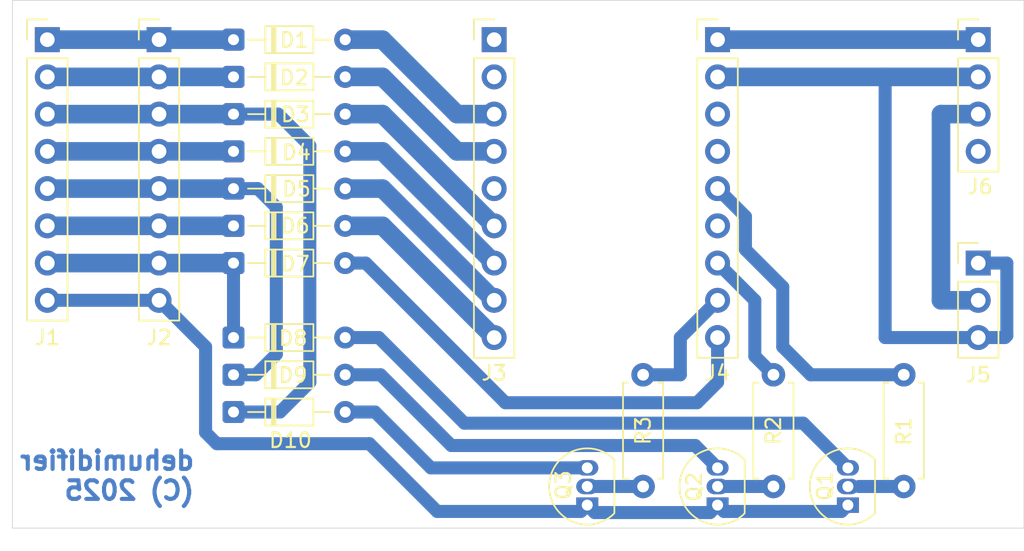
<source format=kicad_pcb>
(kicad_pcb (version 20241229) (generator "pcbnew") (generator_version "9.0")
  (layers (0 "F.Cu" signal) (2 "B.Cu" signal) (13 "F.Paste" user) (15 "B.Paste" user) (5 "F.SilkS" user "F.Silkscreen") (7 "B.SilkS" user "B.Silkscreen") (1 "F.Mask" user) (3 "B.Mask" user) (25 "Edge.Cuts" user))
  (net 0 "")
  (net 1 "Net-(D1-A)")
  (net 2 "Net-(D1-K)")
  (net 3 "Net-(D2-K)")
  (net 4 "Net-(D2-A)")
  (net 5 "Net-(D3-A)")
  (net 6 "Net-(D4-K)")
  (net 7 "Net-(D4-A)")
  (net 8 "Net-(D5-A)")
  (net 9 "Net-(D6-A)")
  (net 10 "Net-(D6-K)")
  (net 11 "Net-(D7-A)")
  (net 17 "Net-(J4-Pin_7)")
  (net 18 "Net-(J4-Pin_1)")
  (net 20 "Net-(J4-Pin_8)")
  (net 21 "Net-(J4-Pin_5)")
  (net 22 "Net-(J4-Pin_2)")
  (net 23 "Net-(J5-Pin_2)")
  (net 25 "Net-(Q1-B)")
  (net 26 "Net-(Q2-B)")
  (net 27 "Net-(Q3-B)")
  (net 28 "Net-(D10-K)")
  (net 29 "Net-(D5-K)")
  (net 30 "Net-(D7-K)")
  (net 31 "Net-(D8-A)")
  (net 32 "Net-(D9-A)")
  (net 33 "Net-(D10-A)")
  (net 34 "Net-(J1-Pin_8)")
  (footprint "Connector_PinHeader_2.54mm:PinHeader_1x08_P2.54mm_Vertical" (layer "F.Cu") (at 81.5 51.68)
    (property "Reference" "J2" (at 0 20.32 0) (layer "F.SilkS"))
    (property "Value" "To panel")
    (fp_line (start -1.38 -1.38) (end 0 -1.38) (stroke (width 0.12)) (layer "F.SilkS"))
    (fp_line (start -1.38 0) (end -1.38 -1.38) (stroke (width 0.12)) (layer "F.SilkS"))
    (fp_line (start -1.38 1.27) (end -1.38 19.16) (stroke (width 0.12)) (layer "F.SilkS"))
    (fp_line (start -1.38 1.27) (end 1.38 1.27) (stroke (width 0.12)) (layer "F.SilkS"))
    (fp_line (start -1.38 19.16) (end 1.38 19.16) (stroke (width 0.12)) (layer "F.SilkS"))
    (fp_line (start 1.38 1.27) (end 1.38 19.16) (stroke (width 0.12)) (layer "F.SilkS"))
    (pad "1" thru_hole rect (at 0 0) (size 1.7 1.7) (drill 1) (layers "*.Cu" "*.Mask") (net 2 "Net-(D1-K)"))
    (pad "2" thru_hole circle (at 0 2.54) (size 1.7 1.7) (drill 1) (layers "*.Cu" "*.Mask") (net 3 "Net-(D2-K)"))
    (pad "3" thru_hole circle (at 0 5.08) (size 1.7 1.7) (drill 1) (layers "*.Cu" "*.Mask") (net 28 "Net-(D10-K)"))
    (pad "4" thru_hole circle (at 0 7.62) (size 1.7 1.7) (drill 1) (layers "*.Cu" "*.Mask") (net 6 "Net-(D4-K)"))
    (pad "5" thru_hole circle (at 0 10.16) (size 1.7 1.7) (drill 1) (layers "*.Cu" "*.Mask") (net 29 "Net-(D5-K)"))
    (pad "6" thru_hole circle (at 0 12.7) (size 1.7 1.7) (drill 1) (layers "*.Cu" "*.Mask") (net 10 "Net-(D6-K)"))
    (pad "7" thru_hole circle (at 0 15.24) (size 1.7 1.7) (drill 1) (layers "*.Cu" "*.Mask") (net 30 "Net-(D7-K)"))
    (pad "8" thru_hole circle (at 0 17.78) (size 1.7 1.7) (drill 1) (layers "*.Cu" "*.Mask") (net 34 "Net-(J1-Pin_8)"))
  )
  (footprint "Connector_PinHeader_2.54mm:PinHeader_1x09_P2.54mm_Vertical" (layer "F.Cu") (at 119.6 51.68)
    (property "Reference" "J4" (at 0 22.733 0) (layer "F.SilkS"))
    (property "Value" "ESP S3 10-18")
    (fp_line (start -1.38 -1.38) (end 0 -1.38) (stroke (width 0.12)) (layer "F.SilkS"))
    (fp_line (start -1.38 0) (end -1.38 -1.38) (stroke (width 0.12)) (layer "F.SilkS"))
    (fp_line (start -1.38 1.27) (end -1.38 21.7) (stroke (width 0.12)) (layer "F.SilkS"))
    (fp_line (start -1.38 1.27) (end 1.38 1.27) (stroke (width 0.12)) (layer "F.SilkS"))
    (fp_line (start -1.38 21.7) (end 1.38 21.7) (stroke (width 0.12)) (layer "F.SilkS"))
    (fp_line (start 1.38 1.27) (end 1.38 21.7) (stroke (width 0.12)) (layer "F.SilkS"))
    (pad "1" thru_hole rect (at 0 0) (size 1.7 1.7) (drill 1) (layers "*.Cu" "*.Mask") (net 18 "Net-(J4-Pin_1)"))
    (pad "2" thru_hole circle (at 0 2.54) (size 1.7 1.7) (drill 1) (layers "*.Cu" "*.Mask") (net 22 "Net-(J4-Pin_2)"))
    (pad "3" thru_hole circle (at 0 5.08) (size 1.7 1.7) (drill 1) (layers "*.Cu" "*.Mask"))
    (pad "4" thru_hole circle (at 0 7.62) (size 1.7 1.7) (drill 1) (layers "*.Cu" "*.Mask"))
    (pad "5" thru_hole circle (at 0 10.16) (size 1.7 1.7) (drill 1) (layers "*.Cu" "*.Mask") (net 21 "Net-(J4-Pin_5)"))
    (pad "6" thru_hole circle (at 0 12.7) (size 1.7 1.7) (drill 1) (layers "*.Cu" "*.Mask"))
    (pad "7" thru_hole circle (at 0 15.24) (size 1.7 1.7) (drill 1) (layers "*.Cu" "*.Mask") (net 17 "Net-(J4-Pin_7)"))
    (pad "8" thru_hole circle (at 0 17.78) (size 1.7 1.7) (drill 1) (layers "*.Cu" "*.Mask") (net 20 "Net-(J4-Pin_8)"))
    (pad "9" thru_hole circle (at 0 20.32) (size 1.7 1.7) (drill 1) (layers "*.Cu" "*.Mask") (net 11 "Net-(D7-A)"))
  )
  (footprint "Diode_THT:D_DO-34_SOD68_P7.62mm_Horizontal" (layer "F.Cu") (at 86.58 54.22)
    (property "Reference" "D2" (at 4.1402 0.0508 0) (layer "F.SilkS"))
    (property "Value" "1N4004")
    (fp_line (start 0.99 0) (end 2.17 0) (stroke (width 0.12)) (layer "F.SilkS"))
    (fp_line (start 2.626 -0.92) (end 2.626 0.92) (stroke (width 0.12)) (layer "F.SilkS"))
    (fp_line (start 2.746 -0.92) (end 2.746 0.92) (stroke (width 0.12)) (layer "F.SilkS"))
    (fp_line (start 2.866 -0.92) (end 2.866 0.92) (stroke (width 0.12)) (layer "F.SilkS"))
    (fp_line (start 6.63 0) (end 5.45 0) (stroke (width 0.12)) (layer "F.SilkS"))
    (fp_rect (start 2.17 -0.92) (end 5.45 0.92) (stroke (width 0.12)) (fill no) (layer "F.SilkS"))
    (pad "1" thru_hole roundrect (at 0 0) (size 1.5 1.5) (drill 0.75) (layers "*.Cu" "*.Mask") (roundrect_rratio 0.166667) (net 3 "Net-(D2-K)"))
    (pad "2" thru_hole circle (at 7.62 0) (size 1.5 1.5) (drill 0.75) (layers "*.Cu" "*.Mask") (net 4 "Net-(D2-A)"))
  )
  (footprint "Package_TO_SOT_THT:TO-92_Inline" (layer "F.Cu") (at 119.6 83.43 90)
    (property "Reference" "Q2" (at 1.2446 -1.6002 90) (layer "F.SilkS"))
    (property "Value" "BC547")
    (fp_line (start -0.53 1.85) (end 3.07 1.85) (stroke (width 0.12)) (layer "F.SilkS"))
    (fp_arc (start 1.27 -2.6) (mid 3.672087 -0.994977) (end 3.108478 1.838478) (stroke (width 0.12)) (layer "F.SilkS"))
    (fp_arc (start -0.568478 1.838478) (mid -1.132087 -0.994977) (end 1.27 -2.6) (stroke (width 0.12)) (layer "F.SilkS"))
    (pad "1" thru_hole rect (at 0 0 90) (size 1.05 1.5) (drill 0.75) (layers "*.Cu" "*.Mask") (net 34 "Net-(J1-Pin_8)"))
    (pad "2" thru_hole oval (at 1.27 0 90) (size 1.05 1.5) (drill 0.75) (layers "*.Cu" "*.Mask") (net 26 "Net-(Q2-B)"))
    (pad "3" thru_hole oval (at 2.54 0 90) (size 1.05 1.5) (drill 0.75) (layers "*.Cu" "*.Mask") (net 32 "Net-(D9-A)"))
  )
  (footprint "Diode_THT:D_DO-34_SOD68_P7.62mm_Horizontal" (layer "F.Cu") (at 86.58 77.08)
    (property "Reference" "D10" (at 3.8862 1.9304 0) (layer "F.SilkS"))
    (property "Value" "1N4004")
    (fp_line (start 0.99 0) (end 2.17 0) (stroke (width 0.12)) (layer "F.SilkS"))
    (fp_line (start 2.626 -0.92) (end 2.626 0.92) (stroke (width 0.12)) (layer "F.SilkS"))
    (fp_line (start 2.746 -0.92) (end 2.746 0.92) (stroke (width 0.12)) (layer "F.SilkS"))
    (fp_line (start 2.866 -0.92) (end 2.866 0.92) (stroke (width 0.12)) (layer "F.SilkS"))
    (fp_line (start 6.63 0) (end 5.45 0) (stroke (width 0.12)) (layer "F.SilkS"))
    (fp_rect (start 2.17 -0.92) (end 5.45 0.92) (stroke (width 0.12)) (fill no) (layer "F.SilkS"))
    (pad "1" thru_hole roundrect (at 0 0) (size 1.5 1.5) (drill 0.75) (layers "*.Cu" "*.Mask") (roundrect_rratio 0.166667) (net 28 "Net-(D10-K)"))
    (pad "2" thru_hole circle (at 7.62 0) (size 1.5 1.5) (drill 0.75) (layers "*.Cu" "*.Mask") (net 33 "Net-(D10-A)"))
  )
  (footprint "Resistor_THT:R_Axial_DIN0207_L6.3mm_D2.5mm_P7.62mm_Horizontal" (layer "F.Cu") (at 114.52 74.54 -90)
    (property "Reference" "R3" (at 3.81 0 90) (layer "F.SilkS"))
    (property "Value" "1k")
    (fp_line (start 0.54 1.37) (end 7.08 1.37) (stroke (width 0.12)) (layer "F.SilkS"))
    (fp_line (start 7.08 1.37) (end 7.08 1.04) (stroke (width 0.12)) (layer "F.SilkS"))
    (fp_line (start 0.54 1.04) (end 0.54 1.37) (stroke (width 0.12)) (layer "F.SilkS"))
    (fp_line (start 0.54 -1.04) (end 0.54 -1.37) (stroke (width 0.12)) (layer "F.SilkS"))
    (fp_line (start 0.54 -1.37) (end 7.08 -1.37) (stroke (width 0.12)) (layer "F.SilkS"))
    (fp_line (start 7.08 -1.37) (end 7.08 -1.04) (stroke (width 0.12)) (layer "F.SilkS"))
    (pad "1" thru_hole circle (at 0 0 270) (size 1.6 1.6) (drill 0.8) (layers "*.Cu" "*.Mask") (net 20 "Net-(J4-Pin_8)"))
    (pad "2" thru_hole circle (at 7.62 0 270) (size 1.6 1.6) (drill 0.8) (layers "*.Cu" "*.Mask") (net 27 "Net-(Q3-B)"))
  )
  (footprint "Diode_THT:D_DO-34_SOD68_P7.62mm_Horizontal" (layer "F.Cu") (at 86.58 61.84)
    (property "Reference" "D5" (at 4.2926 0.0254 0) (layer "F.SilkS"))
    (property "Value" "1N4004")
    (fp_line (start 0.99 0) (end 2.17 0) (stroke (width 0.12)) (layer "F.SilkS"))
    (fp_line (start 2.626 -0.92) (end 2.626 0.92) (stroke (width 0.12)) (layer "F.SilkS"))
    (fp_line (start 2.746 -0.92) (end 2.746 0.92) (stroke (width 0.12)) (layer "F.SilkS"))
    (fp_line (start 2.866 -0.92) (end 2.866 0.92) (stroke (width 0.12)) (layer "F.SilkS"))
    (fp_line (start 6.63 0) (end 5.45 0) (stroke (width 0.12)) (layer "F.SilkS"))
    (fp_rect (start 2.17 -0.92) (end 5.45 0.92) (stroke (width 0.12)) (fill no) (layer "F.SilkS"))
    (pad "1" thru_hole roundrect (at 0 0) (size 1.5 1.5) (drill 0.75) (layers "*.Cu" "*.Mask") (roundrect_rratio 0.166667) (net 29 "Net-(D5-K)"))
    (pad "2" thru_hole circle (at 7.62 0) (size 1.5 1.5) (drill 0.75) (layers "*.Cu" "*.Mask") (net 8 "Net-(D5-A)"))
  )
  (footprint "Resistor_THT:R_Axial_DIN0207_L6.3mm_D2.5mm_P7.62mm_Horizontal" (layer "F.Cu") (at 123.41 74.54 -90)
    (property "Reference" "R2" (at 3.81 0 90) (layer "F.SilkS"))
    (property "Value" "1k")
    (fp_line (start 0.54 1.37) (end 7.08 1.37) (stroke (width 0.12)) (layer "F.SilkS"))
    (fp_line (start 7.08 1.37) (end 7.08 1.04) (stroke (width 0.12)) (layer "F.SilkS"))
    (fp_line (start 0.54 1.04) (end 0.54 1.37) (stroke (width 0.12)) (layer "F.SilkS"))
    (fp_line (start 0.54 -1.04) (end 0.54 -1.37) (stroke (width 0.12)) (layer "F.SilkS"))
    (fp_line (start 0.54 -1.37) (end 7.08 -1.37) (stroke (width 0.12)) (layer "F.SilkS"))
    (fp_line (start 7.08 -1.37) (end 7.08 -1.04) (stroke (width 0.12)) (layer "F.SilkS"))
    (pad "1" thru_hole circle (at 0 0 270) (size 1.6 1.6) (drill 0.8) (layers "*.Cu" "*.Mask") (net 17 "Net-(J4-Pin_7)"))
    (pad "2" thru_hole circle (at 7.62 0 270) (size 1.6 1.6) (drill 0.8) (layers "*.Cu" "*.Mask") (net 26 "Net-(Q2-B)"))
  )
  (footprint "Package_TO_SOT_THT:TO-92_Inline" (layer "F.Cu") (at 110.71 83.43 90)
    (property "Reference" "Q3" (at 1.3716 -1.6256 90) (layer "F.SilkS"))
    (property "Value" "BC547")
    (fp_line (start -0.53 1.85) (end 3.07 1.85) (stroke (width 0.12)) (layer "F.SilkS"))
    (fp_arc (start 1.27 -2.6) (mid 3.672087 -0.994977) (end 3.108478 1.838478) (stroke (width 0.12)) (layer "F.SilkS"))
    (fp_arc (start -0.568478 1.838478) (mid -1.132087 -0.994977) (end 1.27 -2.6) (stroke (width 0.12)) (layer "F.SilkS"))
    (pad "1" thru_hole rect (at 0 0 90) (size 1.05 1.5) (drill 0.75) (layers "*.Cu" "*.Mask") (net 34 "Net-(J1-Pin_8)"))
    (pad "2" thru_hole oval (at 1.27 0 90) (size 1.05 1.5) (drill 0.75) (layers "*.Cu" "*.Mask") (net 27 "Net-(Q3-B)"))
    (pad "3" thru_hole oval (at 2.54 0 90) (size 1.05 1.5) (drill 0.75) (layers "*.Cu" "*.Mask") (net 33 "Net-(D10-A)"))
  )
  (footprint "Package_TO_SOT_THT:TO-92_Inline" (layer "F.Cu") (at 128.49 83.43 90)
    (property "Reference" "Q1" (at 1.2954 -1.5748 90) (layer "F.SilkS"))
    (property "Value" "BC547")
    (fp_line (start -0.53 1.85) (end 3.07 1.85) (stroke (width 0.12)) (layer "F.SilkS"))
    (fp_arc (start 1.27 -2.6) (mid 3.672087 -0.994977) (end 3.108478 1.838478) (stroke (width 0.12)) (layer "F.SilkS"))
    (fp_arc (start -0.568478 1.838478) (mid -1.132087 -0.994977) (end 1.27 -2.6) (stroke (width 0.12)) (layer "F.SilkS"))
    (pad "1" thru_hole rect (at 0 0 90) (size 1.05 1.5) (drill 0.75) (layers "*.Cu" "*.Mask") (net 34 "Net-(J1-Pin_8)"))
    (pad "2" thru_hole oval (at 1.27 0 90) (size 1.05 1.5) (drill 0.75) (layers "*.Cu" "*.Mask") (net 25 "Net-(Q1-B)"))
    (pad "3" thru_hole oval (at 2.54 0 90) (size 1.05 1.5) (drill 0.75) (layers "*.Cu" "*.Mask") (net 31 "Net-(D8-A)"))
  )
  (footprint "Diode_THT:D_DO-34_SOD68_P7.62mm_Horizontal" (layer "F.Cu") (at 86.58 66.92)
    (property "Reference" "D7" (at 4.2164 0.0508 0) (layer "F.SilkS"))
    (property "Value" "1N4004")
    (fp_line (start 0.99 0) (end 2.17 0) (stroke (width 0.12)) (layer "F.SilkS"))
    (fp_line (start 2.626 -0.92) (end 2.626 0.92) (stroke (width 0.12)) (layer "F.SilkS"))
    (fp_line (start 2.746 -0.92) (end 2.746 0.92) (stroke (width 0.12)) (layer "F.SilkS"))
    (fp_line (start 2.866 -0.92) (end 2.866 0.92) (stroke (width 0.12)) (layer "F.SilkS"))
    (fp_line (start 6.63 0) (end 5.45 0) (stroke (width 0.12)) (layer "F.SilkS"))
    (fp_rect (start 2.17 -0.92) (end 5.45 0.92) (stroke (width 0.12)) (fill no) (layer "F.SilkS"))
    (pad "1" thru_hole roundrect (at 0 0) (size 1.5 1.5) (drill 0.75) (layers "*.Cu" "*.Mask") (roundrect_rratio 0.166667) (net 30 "Net-(D7-K)"))
    (pad "2" thru_hole circle (at 7.62 0) (size 1.5 1.5) (drill 0.75) (layers "*.Cu" "*.Mask") (net 11 "Net-(D7-A)"))
  )
  (footprint "Connector_PinHeader_2.54mm:PinHeader_1x03_P2.54mm_Vertical" (layer "F.Cu") (at 137.38 66.92)
    (property "Reference" "J5" (at 0 7.62 0) (layer "F.SilkS"))
    (property "Value" "15V=")
    (fp_line (start -1.38 -1.38) (end 0 -1.38) (stroke (width 0.12)) (layer "F.SilkS"))
    (fp_line (start -1.38 0) (end -1.38 -1.38) (stroke (width 0.12)) (layer "F.SilkS"))
    (fp_line (start -1.38 1.27) (end -1.38 6.46) (stroke (width 0.12)) (layer "F.SilkS"))
    (fp_line (start -1.38 1.27) (end 1.38 1.27) (stroke (width 0.12)) (layer "F.SilkS"))
    (fp_line (start -1.38 6.46) (end 1.38 6.46) (stroke (width 0.12)) (layer "F.SilkS"))
    (fp_line (start 1.38 1.27) (end 1.38 6.46) (stroke (width 0.12)) (layer "F.SilkS"))
    (pad "1" thru_hole rect (at 0 0) (size 1.7 1.7) (drill 1) (layers "*.Cu" "*.Mask") (net 22 "Net-(J4-Pin_2)"))
    (pad "2" thru_hole circle (at 0 2.54) (size 1.7 1.7) (drill 1) (layers "*.Cu" "*.Mask") (net 23 "Net-(J5-Pin_2)"))
    (pad "3" thru_hole circle (at 0 5.08) (size 1.7 1.7) (drill 1) (layers "*.Cu" "*.Mask") (net 22 "Net-(J4-Pin_2)"))
  )
  (footprint "Diode_THT:D_DO-34_SOD68_P7.62mm_Horizontal" (layer "F.Cu") (at 86.58 64.38)
    (property "Reference" "D6" (at 4.2164 0 0) (layer "F.SilkS"))
    (property "Value" "1N4004")
    (fp_line (start 0.99 0) (end 2.17 0) (stroke (width 0.12)) (layer "F.SilkS"))
    (fp_line (start 2.626 -0.92) (end 2.626 0.92) (stroke (width 0.12)) (layer "F.SilkS"))
    (fp_line (start 2.746 -0.92) (end 2.746 0.92) (stroke (width 0.12)) (layer "F.SilkS"))
    (fp_line (start 2.866 -0.92) (end 2.866 0.92) (stroke (width 0.12)) (layer "F.SilkS"))
    (fp_line (start 6.63 0) (end 5.45 0) (stroke (width 0.12)) (layer "F.SilkS"))
    (fp_rect (start 2.17 -0.92) (end 5.45 0.92) (stroke (width 0.12)) (fill no) (layer "F.SilkS"))
    (pad "1" thru_hole roundrect (at 0 0) (size 1.5 1.5) (drill 0.75) (layers "*.Cu" "*.Mask") (roundrect_rratio 0.166667) (net 10 "Net-(D6-K)"))
    (pad "2" thru_hole circle (at 7.62 0) (size 1.5 1.5) (drill 0.75) (layers "*.Cu" "*.Mask") (net 9 "Net-(D6-A)"))
  )
  (footprint "Diode_THT:D_DO-34_SOD68_P7.62mm_Horizontal" (layer "F.Cu") (at 86.58 59.3)
    (property "Reference" "D4" (at 4.2926 0.0762 0) (layer "F.SilkS"))
    (property "Value" "1N4004")
    (fp_line (start 0.99 0) (end 2.17 0) (stroke (width 0.12)) (layer "F.SilkS"))
    (fp_line (start 2.626 -0.92) (end 2.626 0.92) (stroke (width 0.12)) (layer "F.SilkS"))
    (fp_line (start 2.746 -0.92) (end 2.746 0.92) (stroke (width 0.12)) (layer "F.SilkS"))
    (fp_line (start 2.866 -0.92) (end 2.866 0.92) (stroke (width 0.12)) (layer "F.SilkS"))
    (fp_line (start 6.63 0) (end 5.45 0) (stroke (width 0.12)) (layer "F.SilkS"))
    (fp_rect (start 2.17 -0.92) (end 5.45 0.92) (stroke (width 0.12)) (fill no) (layer "F.SilkS"))
    (pad "1" thru_hole roundrect (at 0 0) (size 1.5 1.5) (drill 0.75) (layers "*.Cu" "*.Mask") (roundrect_rratio 0.166667) (net 6 "Net-(D4-K)"))
    (pad "2" thru_hole circle (at 7.62 0) (size 1.5 1.5) (drill 0.75) (layers "*.Cu" "*.Mask") (net 7 "Net-(D4-A)"))
  )
  (footprint "Connector_PinHeader_2.54mm:PinHeader_1x08_P2.54mm_Vertical" (layer "F.Cu") (at 73.88 51.68)
    (property "Reference" "J1" (at 0 20.32 0) (layer "F.SilkS"))
    (property "Value" "To mainboard")
    (fp_line (start -1.38 -1.38) (end 0 -1.38) (stroke (width 0.12)) (layer "F.SilkS"))
    (fp_line (start -1.38 0) (end -1.38 -1.38) (stroke (width 0.12)) (layer "F.SilkS"))
    (fp_line (start -1.38 1.27) (end -1.38 19.16) (stroke (width 0.12)) (layer "F.SilkS"))
    (fp_line (start -1.38 1.27) (end 1.38 1.27) (stroke (width 0.12)) (layer "F.SilkS"))
    (fp_line (start -1.38 19.16) (end 1.38 19.16) (stroke (width 0.12)) (layer "F.SilkS"))
    (fp_line (start 1.38 1.27) (end 1.38 19.16) (stroke (width 0.12)) (layer "F.SilkS"))
    (pad "1" thru_hole rect (at 0 0) (size 1.7 1.7) (drill 1) (layers "*.Cu" "*.Mask") (net 2 "Net-(D1-K)"))
    (pad "2" thru_hole circle (at 0 2.54) (size 1.7 1.7) (drill 1) (layers "*.Cu" "*.Mask") (net 3 "Net-(D2-K)"))
    (pad "3" thru_hole circle (at 0 5.08) (size 1.7 1.7) (drill 1) (layers "*.Cu" "*.Mask") (net 28 "Net-(D10-K)"))
    (pad "4" thru_hole circle (at 0 7.62) (size 1.7 1.7) (drill 1) (layers "*.Cu" "*.Mask") (net 6 "Net-(D4-K)"))
    (pad "5" thru_hole circle (at 0 10.16) (size 1.7 1.7) (drill 1) (layers "*.Cu" "*.Mask") (net 29 "Net-(D5-K)"))
    (pad "6" thru_hole circle (at 0 12.7) (size 1.7 1.7) (drill 1) (layers "*.Cu" "*.Mask") (net 10 "Net-(D6-K)"))
    (pad "7" thru_hole circle (at 0 15.24) (size 1.7 1.7) (drill 1) (layers "*.Cu" "*.Mask") (net 30 "Net-(D7-K)"))
    (pad "8" thru_hole circle (at 0 17.78) (size 1.7 1.7) (drill 1) (layers "*.Cu" "*.Mask") (net 34 "Net-(J1-Pin_8)"))
  )
  (footprint "Diode_THT:D_DO-34_SOD68_P7.62mm_Horizontal" (layer "F.Cu") (at 86.58 74.54)
    (property "Reference" "D9" (at 4.064 0.0254 0) (layer "F.SilkS"))
    (property "Value" "1N4004")
    (fp_line (start 0.99 0) (end 2.17 0) (stroke (width 0.12)) (layer "F.SilkS"))
    (fp_line (start 2.626 -0.92) (end 2.626 0.92) (stroke (width 0.12)) (layer "F.SilkS"))
    (fp_line (start 2.746 -0.92) (end 2.746 0.92) (stroke (width 0.12)) (layer "F.SilkS"))
    (fp_line (start 2.866 -0.92) (end 2.866 0.92) (stroke (width 0.12)) (layer "F.SilkS"))
    (fp_line (start 6.63 0) (end 5.45 0) (stroke (width 0.12)) (layer "F.SilkS"))
    (fp_rect (start 2.17 -0.92) (end 5.45 0.92) (stroke (width 0.12)) (fill no) (layer "F.SilkS"))
    (pad "1" thru_hole roundrect (at 0 0) (size 1.5 1.5) (drill 0.75) (layers "*.Cu" "*.Mask") (roundrect_rratio 0.166667) (net 29 "Net-(D5-K)"))
    (pad "2" thru_hole circle (at 7.62 0) (size 1.5 1.5) (drill 0.75) (layers "*.Cu" "*.Mask") (net 32 "Net-(D9-A)"))
  )
  (footprint "Connector_PinHeader_2.54mm:PinHeader_1x09_P2.54mm_Vertical" (layer "F.Cu") (at 104.36 51.68)
    (property "Reference" "J3" (at 0 22.733 0) (layer "F.SilkS"))
    (property "Value" "ESP S3 1-9")
    (fp_line (start -1.38 -1.38) (end 0 -1.38) (stroke (width 0.12)) (layer "F.SilkS"))
    (fp_line (start -1.38 0) (end -1.38 -1.38) (stroke (width 0.12)) (layer "F.SilkS"))
    (fp_line (start -1.38 1.27) (end -1.38 21.7) (stroke (width 0.12)) (layer "F.SilkS"))
    (fp_line (start -1.38 1.27) (end 1.38 1.27) (stroke (width 0.12)) (layer "F.SilkS"))
    (fp_line (start -1.38 21.7) (end 1.38 21.7) (stroke (width 0.12)) (layer "F.SilkS"))
    (fp_line (start 1.38 1.27) (end 1.38 21.7) (stroke (width 0.12)) (layer "F.SilkS"))
    (pad "1" thru_hole rect (at 0 0) (size 1.7 1.7) (drill 1) (layers "*.Cu" "*.Mask"))
    (pad "2" thru_hole circle (at 0 2.54) (size 1.7 1.7) (drill 1) (layers "*.Cu" "*.Mask"))
    (pad "3" thru_hole circle (at 0 5.08) (size 1.7 1.7) (drill 1) (layers "*.Cu" "*.Mask") (net 1 "Net-(D1-A)"))
    (pad "4" thru_hole circle (at 0 7.62) (size 1.7 1.7) (drill 1) (layers "*.Cu" "*.Mask") (net 4 "Net-(D2-A)"))
    (pad "5" thru_hole circle (at 0 10.16) (size 1.7 1.7) (drill 1) (layers "*.Cu" "*.Mask"))
    (pad "6" thru_hole circle (at 0 12.7) (size 1.7 1.7) (drill 1) (layers "*.Cu" "*.Mask") (net 5 "Net-(D3-A)"))
    (pad "7" thru_hole circle (at 0 15.24) (size 1.7 1.7) (drill 1) (layers "*.Cu" "*.Mask") (net 7 "Net-(D4-A)"))
    (pad "8" thru_hole circle (at 0 17.78) (size 1.7 1.7) (drill 1) (layers "*.Cu" "*.Mask") (net 8 "Net-(D5-A)"))
    (pad "9" thru_hole circle (at 0 20.32) (size 1.7 1.7) (drill 1) (layers "*.Cu" "*.Mask") (net 9 "Net-(D6-A)"))
  )
  (footprint "Resistor_THT:R_Axial_DIN0207_L6.3mm_D2.5mm_P7.62mm_Horizontal" (layer "F.Cu") (at 132.3 74.54 -90)
    (property "Reference" "R1" (at 3.8608 0 90) (layer "F.SilkS"))
    (property "Value" "1k")
    (fp_line (start 0.54 1.37) (end 7.08 1.37) (stroke (width 0.12)) (layer "F.SilkS"))
    (fp_line (start 7.08 1.37) (end 7.08 1.04) (stroke (width 0.12)) (layer "F.SilkS"))
    (fp_line (start 0.54 1.04) (end 0.54 1.37) (stroke (width 0.12)) (layer "F.SilkS"))
    (fp_line (start 0.54 -1.04) (end 0.54 -1.37) (stroke (width 0.12)) (layer "F.SilkS"))
    (fp_line (start 0.54 -1.37) (end 7.08 -1.37) (stroke (width 0.12)) (layer "F.SilkS"))
    (fp_line (start 7.08 -1.37) (end 7.08 -1.04) (stroke (width 0.12)) (layer "F.SilkS"))
    (pad "1" thru_hole circle (at 0 0 270) (size 1.6 1.6) (drill 0.8) (layers "*.Cu" "*.Mask") (net 21 "Net-(J4-Pin_5)"))
    (pad "2" thru_hole circle (at 7.62 0 270) (size 1.6 1.6) (drill 0.8) (layers "*.Cu" "*.Mask") (net 25 "Net-(Q1-B)"))
  )
  (footprint "Diode_THT:D_DO-34_SOD68_P7.62mm_Horizontal" (layer "F.Cu") (at 86.58 72)
    (property "Reference" "D8" (at 4.064 0.0508 0) (layer "F.SilkS"))
    (property "Value" "1N4004")
    (fp_line (start 0.99 0) (end 2.17 0) (stroke (width 0.12)) (layer "F.SilkS"))
    (fp_line (start 2.626 -0.92) (end 2.626 0.92) (stroke (width 0.12)) (layer "F.SilkS"))
    (fp_line (start 2.746 -0.92) (end 2.746 0.92) (stroke (width 0.12)) (layer "F.SilkS"))
    (fp_line (start 2.866 -0.92) (end 2.866 0.92) (stroke (width 0.12)) (layer "F.SilkS"))
    (fp_line (start 6.63 0) (end 5.45 0) (stroke (width 0.12)) (layer "F.SilkS"))
    (fp_rect (start 2.17 -0.92) (end 5.45 0.92) (stroke (width 0.12)) (fill no) (layer "F.SilkS"))
    (pad "1" thru_hole roundrect (at 0 0) (size 1.5 1.5) (drill 0.75) (layers "*.Cu" "*.Mask") (roundrect_rratio 0.166667) (net 30 "Net-(D7-K)"))
    (pad "2" thru_hole circle (at 7.62 0) (size 1.5 1.5) (drill 0.75) (layers "*.Cu" "*.Mask") (net 31 "Net-(D8-A)"))
  )
  (footprint "Diode_THT:D_DO-34_SOD68_P7.62mm_Horizontal" (layer "F.Cu") (at 86.58 51.68)
    (property "Reference" "D1" (at 4.1402 0.0254 0) (layer "F.SilkS"))
    (property "Value" "1N4004")
    (fp_line (start 0.99 0) (end 2.17 0) (stroke (width 0.12)) (layer "F.SilkS"))
    (fp_line (start 2.626 -0.92) (end 2.626 0.92) (stroke (width 0.12)) (layer "F.SilkS"))
    (fp_line (start 2.746 -0.92) (end 2.746 0.92) (stroke (width 0.12)) (layer "F.SilkS"))
    (fp_line (start 2.866 -0.92) (end 2.866 0.92) (stroke (width 0.12)) (layer "F.SilkS"))
    (fp_line (start 6.63 0) (end 5.45 0) (stroke (width 0.12)) (layer "F.SilkS"))
    (fp_rect (start 2.17 -0.92) (end 5.45 0.92) (stroke (width 0.12)) (fill no) (layer "F.SilkS"))
    (pad "1" thru_hole roundrect (at 0 0) (size 1.5 1.5) (drill 0.75) (layers "*.Cu" "*.Mask") (roundrect_rratio 0.166667) (net 2 "Net-(D1-K)"))
    (pad "2" thru_hole circle (at 7.62 0) (size 1.5 1.5) (drill 0.75) (layers "*.Cu" "*.Mask") (net 1 "Net-(D1-A)"))
  )
  (footprint "Diode_THT:D_DO-34_SOD68_P7.62mm_Horizontal" (layer "F.Cu") (at 86.58 56.76)
    (property "Reference" "D3" (at 4.2164 0.0254 0) (layer "F.SilkS"))
    (property "Value" "1N4004")
    (fp_line (start 0.99 0) (end 2.17 0) (stroke (width 0.12)) (layer "F.SilkS"))
    (fp_line (start 2.626 -0.92) (end 2.626 0.92) (stroke (width 0.12)) (layer "F.SilkS"))
    (fp_line (start 2.746 -0.92) (end 2.746 0.92) (stroke (width 0.12)) (layer "F.SilkS"))
    (fp_line (start 2.866 -0.92) (end 2.866 0.92) (stroke (width 0.12)) (layer "F.SilkS"))
    (fp_line (start 6.63 0) (end 5.45 0) (stroke (width 0.12)) (layer "F.SilkS"))
    (fp_rect (start 2.17 -0.92) (end 5.45 0.92) (stroke (width 0.12)) (fill no) (layer "F.SilkS"))
    (pad "1" thru_hole roundrect (at 0 0) (size 1.5 1.5) (drill 0.75) (layers "*.Cu" "*.Mask") (roundrect_rratio 0.166667) (net 28 "Net-(D10-K)"))
    (pad "2" thru_hole circle (at 7.62 0) (size 1.5 1.5) (drill 0.75) (layers "*.Cu" "*.Mask") (net 5 "Net-(D3-A)"))
  )
  (footprint "Connector_PinHeader_2.54mm:PinHeader_1x04_P2.54mm_Vertical" (layer "F.Cu") (at 137.38 51.68)
    (property "Reference" "J6" (at 0.127 10.033 0) (layer "F.SilkS"))
    (property "Value" "DC/DC Wandler 5V")
    (fp_line (start -1.38 -1.38) (end 0 -1.38) (stroke (width 0.12)) (layer "F.SilkS"))
    (fp_line (start -1.38 0) (end -1.38 -1.38) (stroke (width 0.12)) (layer "F.SilkS"))
    (fp_line (start -1.38 1.27) (end -1.38 9) (stroke (width 0.12)) (layer "F.SilkS"))
    (fp_line (start -1.38 1.27) (end 1.38 1.27) (stroke (width 0.12)) (layer "F.SilkS"))
    (fp_line (start -1.38 9) (end 1.38 9) (stroke (width 0.12)) (layer "F.SilkS"))
    (fp_line (start 1.38 1.27) (end 1.38 9) (stroke (width 0.12)) (layer "F.SilkS"))
    (pad "1" thru_hole rect (at 0 0) (size 1.7 1.7) (drill 1) (layers "*.Cu" "*.Mask") (net 18 "Net-(J4-Pin_1)"))
    (pad "2" thru_hole circle (at 0 2.54) (size 1.7 1.7) (drill 1) (layers "*.Cu" "*.Mask") (net 22 "Net-(J4-Pin_2)"))
    (pad "3" thru_hole circle (at 0 5.08) (size 1.7 1.7) (drill 1) (layers "*.Cu" "*.Mask") (net 23 "Net-(J5-Pin_2)"))
    (pad "4" thru_hole circle (at 0 7.62) (size 1.7 1.7) (drill 1) (layers "*.Cu" "*.Mask"))
  )
  (gr_rect (start 71.5 49) (end 140.5 85) (stroke (width 0.05)) (fill no) (layer "Edge.Cuts"))
  (gr_text "dehumidifier\n(C) 2025" (at 84.04 83.176 0) (layer "B.Cu") (effects (font (size 1.27 1.27) (thickness 0.2794) (bold yes)) (justify left bottom mirror)))
  (segment (start 101.82 56.76) (end 104.36 56.76) (width 1.27) (layer "B.Cu") (net 1))
  (segment (start 96.74 51.68) (end 101.82 56.76) (width 1.27) (layer "B.Cu") (net 1))
  (segment (start 94.2 51.68) (end 96.74 51.68) (width 1.27) (layer "B.Cu") (net 1))
  (segment (start 81.5 51.68) (end 86.58 51.68) (width 1.27) (layer "B.Cu") (net 2))
  (segment (start 73.88 51.68) (end 81.5 51.68) (width 1.27) (layer "B.Cu") (net 2))
  (segment (start 73.88 54.22) (end 81.5 54.22) (width 1.27) (layer "B.Cu") (net 3))
  (segment (start 81.5 54.22) (end 86.58 54.22) (width 1.27) (layer "B.Cu") (net 3))
  (segment (start 96.74 54.22) (end 101.82 59.3) (width 1.27) (layer "B.Cu") (net 4))
  (segment (start 101.82 59.3) (end 104.36 59.3) (width 1.27) (layer "B.Cu") (net 4))
  (segment (start 94.2 54.22) (end 96.74 54.22) (width 1.27) (layer "B.Cu") (net 4))
  (segment (start 94.2 56.76) (end 96.74 56.76) (width 1.27) (layer "B.Cu") (net 5))
  (segment (start 96.74 56.76) (end 104.36 64.38) (width 1.27) (layer "B.Cu") (net 5))
  (segment (start 81.5 59.3) (end 73.88 59.3) (width 1.27) (layer "B.Cu") (net 6))
  (segment (start 86.58 59.3) (end 81.5 59.3) (width 1.27) (layer "B.Cu") (net 6))
  (segment (start 94.2 59.3) (end 96.74 59.3) (width 1.27) (layer "B.Cu") (net 7))
  (segment (start 96.74 59.3) (end 104.36 66.92) (width 1.27) (layer "B.Cu") (net 7))
  (segment (start 94.2 61.84) (end 96.74 61.84) (width 1.27) (layer "B.Cu") (net 8))
  (segment (start 96.74 61.84) (end 104.36 69.46) (width 1.27) (layer "B.Cu") (net 8))
  (segment (start 94.2 64.38) (end 96.74 64.38) (width 1.27) (layer "B.Cu") (net 9))
  (segment (start 96.74 64.38) (end 104.36 72) (width 1.27) (layer "B.Cu") (net 9))
  (segment (start 86.58 64.38) (end 81.5 64.38) (width 1.27) (layer "B.Cu") (net 10))
  (segment (start 81.5 64.38) (end 73.88 64.38) (width 1.27) (layer "B.Cu") (net 10))
  (segment (start 95.597 66.92) (end 94.2 66.92) (width 0.889) (layer "B.Cu") (net 11))
  (segment (start 118.203 76.445) (end 105.122 76.445) (width 0.889) (layer "B.Cu") (net 11))
  (segment (start 105.122 76.445) (end 95.597 66.92) (width 0.889) (layer "B.Cu") (net 11))
  (segment (start 119.6 75.048) (end 118.203 76.445) (width 0.889) (layer "B.Cu") (net 11))
  (segment (start 119.6 72) (end 119.6 75.048) (width 0.889) (layer "B.Cu") (net 11))
  (segment (start 123.41 74.54) (end 122.14 73.27) (width 0.889) (layer "B.Cu") (net 17))
  (segment (start 122.14 69.46) (end 119.6 66.92) (width 0.889) (layer "B.Cu") (net 17))
  (segment (start 122.14 73.27) (end 122.14 69.46) (width 0.889) (layer "B.Cu") (net 17))
  (segment (start 119.6 51.68) (end 137.38 51.68) (width 1.27) (layer "B.Cu") (net 18))
  (segment (start 119.6 69.46) (end 117.06 72) (width 0.889) (layer "B.Cu") (net 20))
  (segment (start 117.06 74.54) (end 114.52 74.54) (width 0.889) (layer "B.Cu") (net 20))
  (segment (start 117.06 72) (end 117.06 74.54) (width 0.889) (layer "B.Cu") (net 20))
  (segment (start 124.045 68.545) (end 121.5 66) (width 0.889) (layer "B.Cu") (net 21))
  (segment (start 132.3 74.54) (end 125.95 74.54) (width 0.889) (layer "B.Cu") (net 21))
  (segment (start 121.5 63.74) (end 119.6 61.84) (width 0.889) (layer "B.Cu") (net 21))
  (segment (start 124.045 72.635) (end 124.045 68.545) (width 0.889) (layer "B.Cu") (net 21))
  (segment (start 121.5 66) (end 121.5 63.74) (width 0.889) (layer "B.Cu") (net 21))
  (segment (start 125.95 74.54) (end 124.045 72.635) (width 0.889) (layer "B.Cu") (net 21))
  (segment (start 137.38 72) (end 139.2031 72) (width 0.889) (layer "B.Cu") (net 22))
  (segment (start 139.3301 71.873) (end 139.3301 66.92) (width 0.889) (layer "B.Cu") (net 22))
  (segment (start 137.38 54.22) (end 131.03 54.22) (width 1.27) (layer "B.Cu") (net 22))
  (segment (start 131.03 54.22) (end 119.6 54.22) (width 1.27) (layer "B.Cu") (net 22))
  (segment (start 139.2031 72) (end 139.3301 71.873) (width 0.889) (layer "B.Cu") (net 22))
  (segment (start 137.38 72) (end 131.03 72) (width 0.889) (layer "B.Cu") (net 22))
  (segment (start 139.3301 66.92) (end 137.38 66.92) (width 0.889) (layer "B.Cu") (net 22))
  (segment (start 131.03 72) (end 131.03 54.22) (width 0.889) (layer "B.Cu") (net 22))
  (segment (start 134.84 69.46) (end 134.84 56.76) (width 1.27) (layer "B.Cu") (net 23))
  (segment (start 137.38 69.46) (end 134.84 69.46) (width 1.27) (layer "B.Cu") (net 23))
  (segment (start 134.84 56.76) (end 137.38 56.76) (width 1.27) (layer "B.Cu") (net 23))
  (segment (start 132.3 82.16) (end 129.2355 82.16) (width 0.889) (layer "B.Cu") (net 25))
  (segment (start 123.41 82.16) (end 119.6 82.16) (width 0.889) (layer "B.Cu") (net 26))
  (segment (start 114.52 82.16) (end 110.71 82.16) (width 0.889) (layer "B.Cu") (net 27))
  (segment (start 89.755 77.08) (end 91.787 75.048) (width 0.889) (layer "B.Cu") (net 28))
  (segment (start 73.88 56.76) (end 81.5 56.76) (width 1.27) (layer "B.Cu") (net 28))
  (segment (start 91.787 58.919) (end 89.628 56.76) (width 0.889) (layer "B.Cu") (net 28))
  (segment (start 91.787 75.048) (end 91.787 58.919) (width 0.889) (layer "B.Cu") (net 28))
  (segment (start 86.58 77.08) (end 89.755 77.08) (width 0.889) (layer "B.Cu") (net 28))
  (segment (start 81.5 56.76) (end 86.58 56.76) (width 1.27) (layer "B.Cu") (net 28))
  (segment (start 89.628 56.76) (end 86.58 56.76) (width 0.889) (layer "B.Cu") (net 28))
  (segment (start 88.231 61.84) (end 86.58 61.84) (width 0.889) (layer "B.Cu") (net 29))
  (segment (start 88.104 74.54) (end 89.501 73.143) (width 0.889) (layer "B.Cu") (net 29))
  (segment (start 89.501 73.143) (end 89.501 63.11) (width 0.889) (layer "B.Cu") (net 29))
  (segment (start 81.5 61.84) (end 86.58 61.84) (width 1.27) (layer "B.Cu") (net 29))
  (segment (start 89.501 63.11) (end 88.231 61.84) (width 0.889) (layer "B.Cu") (net 29))
  (segment (start 73.88 61.84) (end 81.5 61.84) (width 1.27) (layer "B.Cu") (net 29))
  (segment (start 86.58 74.54) (end 88.104 74.54) (width 0.889) (layer "B.Cu") (net 29))
  (segment (start 86.58 72) (end 86.58 66.92) (width 0.889) (layer "B.Cu") (net 30))
  (segment (start 81.5 66.92) (end 73.88 66.92) (width 1.27) (layer "B.Cu") (net 30))
  (segment (start 81.5 66.92) (end 86.58 66.92) (width 1.27) (layer "B.Cu") (net 30))
  (segment (start 125.442 77.842) (end 128.49 80.89) (width 0.889) (layer "B.Cu") (net 31))
  (segment (start 102.328 77.842) (end 125.442 77.842) (width 0.889) (layer "B.Cu") (net 31))
  (segment (start 96.486 72) (end 102.328 77.842) (width 0.889) (layer "B.Cu") (net 31))
  (segment (start 94.2 72) (end 96.486 72) (width 0.889) (layer "B.Cu") (net 31))
  (segment (start 101.439 79.366) (end 96.613 74.54) (width 0.889) (layer "B.Cu") (net 32))
  (segment (start 118.076 79.366) (end 101.439 79.366) (width 0.889) (layer "B.Cu") (net 32))
  (segment (start 96.613 74.54) (end 94.2 74.54) (width 0.889) (layer "B.Cu") (net 32))
  (segment (start 119.6 80.89) (end 118.076 79.366) (width 0.889) (layer "B.Cu") (net 32))
  (segment (start 100.042 80.89) (end 110.71 80.89) (width 0.889) (layer "B.Cu") (net 33))
  (segment (start 94.2 77.08) (end 96.232 77.08) (width 0.889) (layer "B.Cu") (net 33))
  (segment (start 96.232 77.08) (end 100.042 80.89) (width 0.889) (layer "B.Cu") (net 33))
  (segment (start 120.0318 83.8618) (end 128.0582 83.8618) (width 0.889) (layer "B.Cu") (net 34))
  (segment (start 119.092 83.938) (end 119.6 83.43) (width 0.889) (layer "B.Cu") (net 34))
  (segment (start 95.851 79.239) (end 85.437 79.239) (width 0.889) (layer "B.Cu") (net 34))
  (segment (start 110.71 83.43) (end 111.218 83.938) (width 0.889) (layer "B.Cu") (net 34))
  (segment (start 85.437 79.239) (end 84.675 78.477) (width 0.889) (layer "B.Cu") (net 34))
  (segment (start 84.675 72.635) (end 81.5 69.46) (width 0.889) (layer "B.Cu") (net 34))
  (segment (start 100.4738 83.8618) (end 95.851 79.239) (width 0.889) (layer "B.Cu") (net 34))
  (segment (start 110.71 83.43) (end 110.2782 83.8618) (width 0.889) (layer "B.Cu") (net 34))
  (segment (start 119.6 83.43) (end 120.0318 83.8618) (width 0.889) (layer "B.Cu") (net 34))
  (segment (start 81.5 69.46) (end 73.88 69.46) (width 0.889) (layer "B.Cu") (net 34))
  (segment (start 128.0582 83.8618) (end 128.49 83.43) (width 0.889) (layer "B.Cu") (net 34))
  (segment (start 110.2782 83.8618) (end 100.4738 83.8618) (width 0.889) (layer "B.Cu") (net 34))
  (segment (start 111.218 83.938) (end 119.092 83.938) (width 0.889) (layer "B.Cu") (net 34))
  (segment (start 84.675 78.477) (end 84.675 72.635) (width 0.889) (layer "B.Cu") (net 34))
)
</source>
